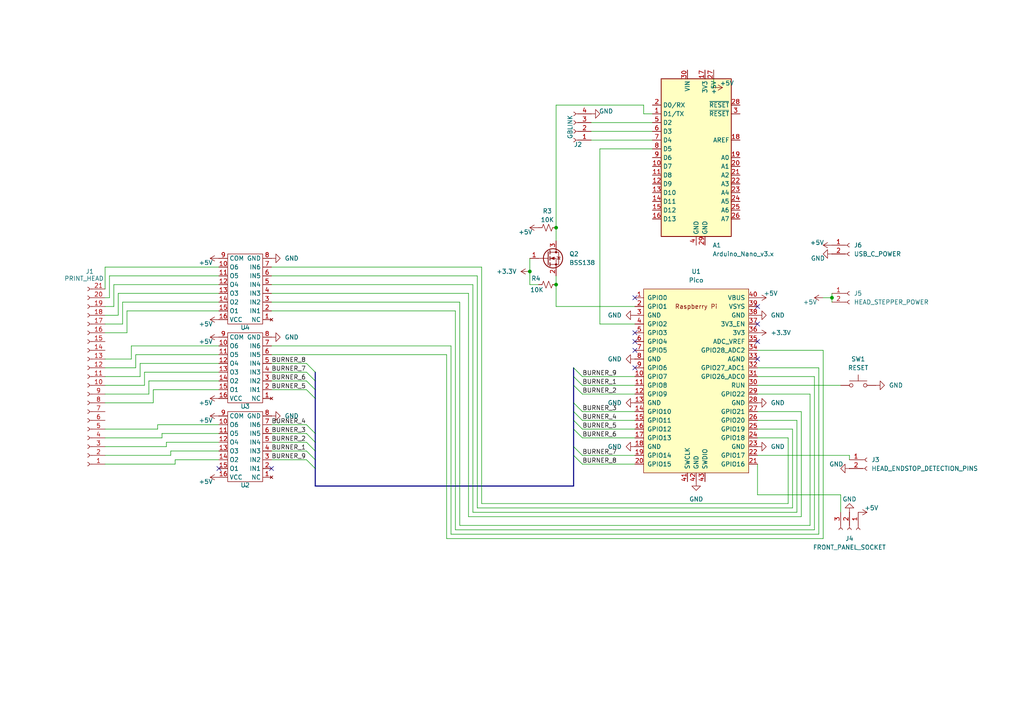
<source format=kicad_sch>
(kicad_sch (version 20231120) (generator "eeschema") (generator_version "8.0")
  (paper "A4")
  (lib_symbols
    (symbol "Connector:Conn_01x02_Socket" (pin_names (offset 1.016) hide)
      (property "Reference" "J" (at 0 2.54 0))
      (property "Value" "Conn_01x02_Socket" (at 0 -5.08 0))
      (symbol "Conn_01x02_Socket_1_1"
        (arc (start 0 -2.032) (mid -0.5058 -2.54) (end 0 -3.048) (stroke (width 0.1524)))
        (polyline (pts (xy -1.27 -2.54) (xy -0.508 -2.54)) (stroke (width 0.1524)))
        (polyline (pts (xy -1.27 0) (xy -0.508 0)) (stroke (width 0.1524)))
        (arc (start 0 0.508) (mid -0.5058 0) (end 0 -0.508) (stroke (width 0.1524)))
        (pin passive line (at -5.08 0 0) (length 3.81) (name "Pin_1") (number "1"))
        (pin passive line (at -5.08 -2.54 0) (length 3.81) (name "Pin_2") (number "2"))
      )
    )
    (symbol "Connector:Conn_01x03_Socket" (pin_names (offset 1.016) hide)
      (property "Reference" "J" (at 0 5.08 0))
      (property "Value" "Conn_01x03_Socket" (at 0 -5.08 0))
      (symbol "Conn_01x03_Socket_1_1"
        (arc (start 0 -2.032) (mid -0.5058 -2.54) (end 0 -3.048) (stroke (width 0.1524)))
        (polyline (pts (xy -1.27 -2.54) (xy -0.508 -2.54)) (stroke (width 0.1524)))
        (polyline (pts (xy -1.27 0) (xy -0.508 0)) (stroke (width 0.1524)))
        (polyline (pts (xy -1.27 2.54) (xy -0.508 2.54)) (stroke (width 0.1524)))
        (arc (start 0 0.508) (mid -0.5058 0) (end 0 -0.508) (stroke (width 0.1524)))
        (arc (start 0 3.048) (mid -0.5058 2.54) (end 0 2.032) (stroke (width 0.1524)))
        (pin passive line (at -5.08 2.54 0) (length 3.81) (name "Pin_1") (number "1"))
        (pin passive line (at -5.08 0 0) (length 3.81) (name "Pin_2") (number "2"))
        (pin passive line (at -5.08 -2.54 0) (length 3.81) (name "Pin_3") (number "3"))
      )
    )
    (symbol "Connector:Conn_01x04_Socket" (pin_names (offset 1.016) hide)
      (property "Reference" "J" (at 0 5.08 0))
      (property "Value" "Conn_01x04_Socket" (at 0 -7.62 0))
      (symbol "Conn_01x04_Socket_1_1"
        (arc (start 0 -4.572) (mid -0.5058 -5.08) (end 0 -5.588) (stroke (width 0.1524)))
        (arc (start 0 -2.032) (mid -0.5058 -2.54) (end 0 -3.048) (stroke (width 0.1524)))
        (polyline (pts (xy -1.27 -5.08) (xy -0.508 -5.08)) (stroke (width 0.1524)))
        (polyline (pts (xy -1.27 -2.54) (xy -0.508 -2.54)) (stroke (width 0.1524)))
        (polyline (pts (xy -1.27 0) (xy -0.508 0)) (stroke (width 0.1524)))
        (polyline (pts (xy -1.27 2.54) (xy -0.508 2.54)) (stroke (width 0.1524)))
        (arc (start 0 0.508) (mid -0.5058 0) (end 0 -0.508) (stroke (width 0.1524)))
        (arc (start 0 3.048) (mid -0.5058 2.54) (end 0 2.032) (stroke (width 0.1524)))
        (pin passive line (at -5.08 2.54 0) (length 3.81) (name "Pin_1") (number "1"))
        (pin passive line (at -5.08 0 0) (length 3.81) (name "Pin_2") (number "2"))
        (pin passive line (at -5.08 -2.54 0) (length 3.81) (name "Pin_3") (number "3"))
        (pin passive line (at -5.08 -5.08 0) (length 3.81) (name "Pin_4") (number "4"))
      )
    )
    (symbol "Connector:Conn_01x21_Socket" (pin_names (offset 1.016) hide)
      (property "Reference" "J" (at 0 27.94 0))
      (property "Value" "Conn_01x21_Socket" (at 0 -27.94 0))
      (symbol "Conn_01x21_Socket_1_1"
        (arc (start 0 -24.892) (mid -0.5058 -25.4) (end 0 -25.908) (stroke (width 0.1524)))
        (arc (start 0 -22.352) (mid -0.5058 -22.86) (end 0 -23.368) (stroke (width 0.1524)))
        (arc (start 0 -19.812) (mid -0.5058 -20.32) (end 0 -20.828) (stroke (width 0.1524)))
        (arc (start 0 -17.272) (mid -0.5058 -17.78) (end 0 -18.288) (stroke (width 0.1524)))
        (arc (start 0 -14.732) (mid -0.5058 -15.24) (end 0 -15.748) (stroke (width 0.1524)))
        (arc (start 0 -12.192) (mid -0.5058 -12.7) (end 0 -13.208) (stroke (width 0.1524)))
        (arc (start 0 -9.652) (mid -0.5058 -10.16) (end 0 -10.668) (stroke (width 0.1524)))
        (arc (start 0 -7.112) (mid -0.5058 -7.62) (end 0 -8.128) (stroke (width 0.1524)))
        (arc (start 0 -4.572) (mid -0.5058 -5.08) (end 0 -5.588) (stroke (width 0.1524)))
        (arc (start 0 -2.032) (mid -0.5058 -2.54) (end 0 -3.048) (stroke (width 0.1524)))
        (polyline (pts (xy -1.27 -25.4) (xy -0.508 -25.4)) (stroke (width 0.1524)))
        (polyline (pts (xy -1.27 -22.86) (xy -0.508 -22.86)) (stroke (width 0.1524)))
        (polyline (pts (xy -1.27 -20.32) (xy -0.508 -20.32)) (stroke (width 0.1524)))
        (polyline (pts (xy -1.27 -17.78) (xy -0.508 -17.78)) (stroke (width 0.1524)))
        (polyline (pts (xy -1.27 -15.24) (xy -0.508 -15.24)) (stroke (width 0.1524)))
        (polyline (pts (xy -1.27 -12.7) (xy -0.508 -12.7)) (stroke (width 0.1524)))
        (polyline (pts (xy -1.27 -10.16) (xy -0.508 -10.16)) (stroke (width 0.1524)))
        (polyline (pts (xy -1.27 -7.62) (xy -0.508 -7.62)) (stroke (width 0.1524)))
        (polyline (pts (xy -1.27 -5.08) (xy -0.508 -5.08)) (stroke (width 0.1524)))
        (polyline (pts (xy -1.27 -2.54) (xy -0.508 -2.54)) (stroke (width 0.1524)))
        (polyline (pts (xy -1.27 0) (xy -0.508 0)) (stroke (width 0.1524)))
        (polyline (pts (xy -1.27 2.54) (xy -0.508 2.54)) (stroke (width 0.1524)))
        (polyline (pts (xy -1.27 5.08) (xy -0.508 5.08)) (stroke (width 0.1524)))
        (polyline (pts (xy -1.27 7.62) (xy -0.508 7.62)) (stroke (width 0.1524)))
        (polyline (pts (xy -1.27 10.16) (xy -0.508 10.16)) (stroke (width 0.1524)))
        (polyline (pts (xy -1.27 12.7) (xy -0.508 12.7)) (stroke (width 0.1524)))
        (polyline (pts (xy -1.27 15.24) (xy -0.508 15.24)) (stroke (width 0.1524)))
        (polyline (pts (xy -1.27 17.78) (xy -0.508 17.78)) (stroke (width 0.1524)))
        (polyline (pts (xy -1.27 20.32) (xy -0.508 20.32)) (stroke (width 0.1524)))
        (polyline (pts (xy -1.27 22.86) (xy -0.508 22.86)) (stroke (width 0.1524)))
        (polyline (pts (xy -1.27 25.4) (xy -0.508 25.4)) (stroke (width 0.1524)))
        (arc (start 0 0.508) (mid -0.5058 0) (end 0 -0.508) (stroke (width 0.1524)))
        (arc (start 0 3.048) (mid -0.5058 2.54) (end 0 2.032) (stroke (width 0.1524)))
        (arc (start 0 5.588) (mid -0.5058 5.08) (end 0 4.572) (stroke (width 0.1524)))
        (arc (start 0 8.128) (mid -0.5058 7.62) (end 0 7.112) (stroke (width 0.1524)))
        (arc (start 0 10.668) (mid -0.5058 10.16) (end 0 9.652) (stroke (width 0.1524)))
        (arc (start 0 13.208) (mid -0.5058 12.7) (end 0 12.192) (stroke (width 0.1524)))
        (arc (start 0 15.748) (mid -0.5058 15.24) (end 0 14.732) (stroke (width 0.1524)))
        (arc (start 0 18.288) (mid -0.5058 17.78) (end 0 17.272) (stroke (width 0.1524)))
        (arc (start 0 20.828) (mid -0.5058 20.32) (end 0 19.812) (stroke (width 0.1524)))
        (arc (start 0 23.368) (mid -0.5058 22.86) (end 0 22.352) (stroke (width 0.1524)))
        (arc (start 0 25.908) (mid -0.5058 25.4) (end 0 24.892) (stroke (width 0.1524)))
        (pin passive line (at -5.08 25.4 0) (length 3.81) (name "Pin_1") (number "1"))
        (pin passive line (at -5.08 2.54 0) (length 3.81) (name "Pin_10") (number "10"))
        (pin passive line (at -5.08 0 0) (length 3.81) (name "Pin_11") (number "11"))
        (pin passive line (at -5.08 -2.54 0) (length 3.81) (name "Pin_12") (number "12"))
        (pin passive line (at -5.08 -5.08 0) (length 3.81) (name "Pin_13") (number "13"))
        (pin passive line (at -5.08 -7.62 0) (length 3.81) (name "Pin_14") (number "14"))
        (pin passive line (at -5.08 -10.16 0) (length 3.81) (name "Pin_15") (number "15"))
        (pin passive line (at -5.08 -12.7 0) (length 3.81) (name "Pin_16") (number "16"))
        (pin passive line (at -5.08 -15.24 0) (length 3.81) (name "Pin_17") (number "17"))
        (pin passive line (at -5.08 -17.78 0) (length 3.81) (name "Pin_18") (number "18"))
        (pin passive line (at -5.08 -20.32 0) (length 3.81) (name "Pin_19") (number "19"))
        (pin passive line (at -5.08 22.86 0) (length 3.81) (name "Pin_2") (number "2"))
        (pin passive line (at -5.08 -22.86 0) (length 3.81) (name "Pin_20") (number "20"))
        (pin passive line (at -5.08 -25.4 0) (length 3.81) (name "Pin_21") (number "21"))
        (pin passive line (at -5.08 20.32 0) (length 3.81) (name "Pin_3") (number "3"))
        (pin passive line (at -5.08 17.78 0) (length 3.81) (name "Pin_4") (number "4"))
        (pin passive line (at -5.08 15.24 0) (length 3.81) (name "Pin_5") (number "5"))
        (pin passive line (at -5.08 12.7 0) (length 3.81) (name "Pin_6") (number "6"))
        (pin passive line (at -5.08 10.16 0) (length 3.81) (name "Pin_7") (number "7"))
        (pin passive line (at -5.08 7.62 0) (length 3.81) (name "Pin_8") (number "8"))
        (pin passive line (at -5.08 5.08 0) (length 3.81) (name "Pin_9") (number "9"))
      )
    )
    (symbol "Device:R_Small_US" (pin_numbers hide) (pin_names (offset 0.254) hide)
      (property "Reference" "R" (at 0.762 0.508 0))
      (property "Value" "R_Small_US" (at 0.762 -1.016 0))
      (symbol "R_Small_US_1_1"
        (polyline (pts (xy 0 0) (xy 1.016 -0.381) (xy 0 -0.762) (xy -1.016 -1.143) (xy 0 -1.524)))
        (polyline (pts (xy 0 1.524) (xy 1.016 1.143) (xy 0 0.762) (xy -1.016 0.381) (xy 0 0)))
        (pin passive line (at 0 2.54 270) (length 1.016) (name "~") (number "1"))
        (pin passive line (at 0 -2.54 90) (length 1.016) (name "~") (number "2"))
      )
    )
    (symbol "MCU_Module:Arduino_Nano_v3.x"
      (property "Reference" "A" (at -10.16 23.495 0))
      (property "Value" "Arduino_Nano_v3.x" (at 5.08 -24.13 0))
      (symbol "Arduino_Nano_v3.x_0_1"
        (rectangle (start -10.16 22.86) (end 10.16 -22.86) (stroke (width 0.254)) (fill (type background)))
      )
      (symbol "Arduino_Nano_v3.x_1_1"
        (pin bidirectional line (at -12.7 12.7 0) (length 2.54) (name "D1/TX") (number "1"))
        (pin bidirectional line (at -12.7 -2.54 0) (length 2.54) (name "D7") (number "10"))
        (pin bidirectional line (at -12.7 -5.08 0) (length 2.54) (name "D8") (number "11"))
        (pin bidirectional line (at -12.7 -7.62 0) (length 2.54) (name "D9") (number "12"))
        (pin bidirectional line (at -12.7 -10.16 0) (length 2.54) (name "D10") (number "13"))
        (pin bidirectional line (at -12.7 -12.7 0) (length 2.54) (name "D11") (number "14"))
        (pin bidirectional line (at -12.7 -15.24 0) (length 2.54) (name "D12") (number "15"))
        (pin bidirectional line (at -12.7 -17.78 0) (length 2.54) (name "D13") (number "16"))
        (pin power_out line (at 2.54 25.4 270) (length 2.54) (name "3V3") (number "17"))
        (pin input line (at 12.7 5.08 180) (length 2.54) (name "AREF") (number "18"))
        (pin bidirectional line (at 12.7 0 180) (length 2.54) (name "A0") (number "19"))
        (pin bidirectional line (at -12.7 15.24 0) (length 2.54) (name "D0/RX") (number "2"))
        (pin bidirectional line (at 12.7 -2.54 180) (length 2.54) (name "A1") (number "20"))
        (pin bidirectional line (at 12.7 -5.08 180) (length 2.54) (name "A2") (number "21"))
        (pin bidirectional line (at 12.7 -7.62 180) (length 2.54) (name "A3") (number "22"))
        (pin bidirectional line (at 12.7 -10.16 180) (length 2.54) (name "A4") (number "23"))
        (pin bidirectional line (at 12.7 -12.7 180) (length 2.54) (name "A5") (number "24"))
        (pin bidirectional line (at 12.7 -15.24 180) (length 2.54) (name "A6") (number "25"))
        (pin bidirectional line (at 12.7 -17.78 180) (length 2.54) (name "A7") (number "26"))
        (pin power_out line (at 5.08 25.4 270) (length 2.54) (name "+5V") (number "27"))
        (pin input line (at 12.7 15.24 180) (length 2.54) (name "~{RESET}") (number "28"))
        (pin power_in line (at 2.54 -25.4 90) (length 2.54) (name "GND") (number "29"))
        (pin input line (at 12.7 12.7 180) (length 2.54) (name "~{RESET}") (number "3"))
        (pin power_in line (at -2.54 25.4 270) (length 2.54) (name "VIN") (number "30"))
        (pin power_in line (at 0 -25.4 90) (length 2.54) (name "GND") (number "4"))
        (pin bidirectional line (at -12.7 10.16 0) (length 2.54) (name "D2") (number "5"))
        (pin bidirectional line (at -12.7 7.62 0) (length 2.54) (name "D3") (number "6"))
        (pin bidirectional line (at -12.7 5.08 0) (length 2.54) (name "D4") (number "7"))
        (pin bidirectional line (at -12.7 2.54 0) (length 2.54) (name "D5") (number "8"))
        (pin bidirectional line (at -12.7 0 0) (length 2.54) (name "D6") (number "9"))
      )
    )
    (symbol "MCU_RaspberryPi_and_Boards:Pico" (pin_names (offset 1.016))
      (property "Reference" "U" (at -13.97 27.94 0))
      (property "Value" "Pico" (at 0 19.05 0))
      (symbol "Pico_0_0"
        (text "Raspberry Pi" (at 0 21.59 0) (effects (font (size 1.27 1.27))))
      )
      (symbol "Pico_0_1"
        (rectangle (start -15.24 26.67) (end 15.24 -26.67) (fill (type background)))
      )
      (symbol "Pico_1_1"
        (pin bidirectional line (at -17.78 24.13 0) (length 2.54) (name "GPIO0") (number "1"))
        (pin bidirectional line (at -17.78 1.27 0) (length 2.54) (name "GPIO7") (number "10"))
        (pin bidirectional line (at -17.78 -1.27 0) (length 2.54) (name "GPIO8") (number "11"))
        (pin bidirectional line (at -17.78 -3.81 0) (length 2.54) (name "GPIO9") (number "12"))
        (pin power_in line (at -17.78 -6.35 0) (length 2.54) (name "GND") (number "13"))
        (pin bidirectional line (at -17.78 -8.89 0) (length 2.54) (name "GPIO10") (number "14"))
        (pin bidirectional line (at -17.78 -11.43 0) (length 2.54) (name "GPIO11") (number "15"))
        (pin bidirectional line (at -17.78 -13.97 0) (length 2.54) (name "GPIO12") (number "16"))
        (pin bidirectional line (at -17.78 -16.51 0) (length 2.54) (name "GPIO13") (number "17"))
        (pin power_in line (at -17.78 -19.05 0) (length 2.54) (name "GND") (number "18"))
        (pin bidirectional line (at -17.78 -21.59 0) (length 2.54) (name "GPIO14") (number "19"))
        (pin bidirectional line (at -17.78 21.59 0) (length 2.54) (name "GPIO1") (number "2"))
        (pin bidirectional line (at -17.78 -24.13 0) (length 2.54) (name "GPIO15") (number "20"))
        (pin bidirectional line (at 17.78 -24.13 180) (length 2.54) (name "GPIO16") (number "21"))
        (pin bidirectional line (at 17.78 -21.59 180) (length 2.54) (name "GPIO17") (number "22"))
        (pin power_in line (at 17.78 -19.05 180) (length 2.54) (name "GND") (number "23"))
        (pin bidirectional line (at 17.78 -16.51 180) (length 2.54) (name "GPIO18") (number "24"))
        (pin bidirectional line (at 17.78 -13.97 180) (length 2.54) (name "GPIO19") (number "25"))
        (pin bidirectional line (at 17.78 -11.43 180) (length 2.54) (name "GPIO20") (number "26"))
        (pin bidirectional line (at 17.78 -8.89 180) (length 2.54) (name "GPIO21") (number "27"))
        (pin power_in line (at 17.78 -6.35 180) (length 2.54) (name "GND") (number "28"))
        (pin bidirectional line (at 17.78 -3.81 180) (length 2.54) (name "GPIO22") (number "29"))
        (pin power_in line (at -17.78 19.05 0) (length 2.54) (name "GND") (number "3"))
        (pin input line (at 17.78 -1.27 180) (length 2.54) (name "RUN") (number "30"))
        (pin bidirectional line (at 17.78 1.27 180) (length 2.54) (name "GPIO26_ADC0") (number "31"))
        (pin bidirectional line (at 17.78 3.81 180) (length 2.54) (name "GPIO27_ADC1") (number "32"))
        (pin power_in line (at 17.78 6.35 180) (length 2.54) (name "AGND") (number "33"))
        (pin bidirectional line (at 17.78 8.89 180) (length 2.54) (name "GPIO28_ADC2") (number "34"))
        (pin unspecified line (at 17.78 11.43 180) (length 2.54) (name "ADC_VREF") (number "35"))
        (pin unspecified line (at 17.78 13.97 180) (length 2.54) (name "3V3") (number "36"))
        (pin input line (at 17.78 16.51 180) (length 2.54) (name "3V3_EN") (number "37"))
        (pin bidirectional line (at 17.78 19.05 180) (length 2.54) (name "GND") (number "38"))
        (pin unspecified line (at 17.78 21.59 180) (length 2.54) (name "VSYS") (number "39"))
        (pin bidirectional line (at -17.78 16.51 0) (length 2.54) (name "GPIO2") (number "4"))
        (pin unspecified line (at 17.78 24.13 180) (length 2.54) (name "VBUS") (number "40"))
        (pin input line (at -2.54 -29.21 90) (length 2.54) (name "SWCLK") (number "41"))
        (pin power_in line (at 0 -29.21 90) (length 2.54) (name "GND") (number "42"))
        (pin bidirectional line (at 2.54 -29.21 90) (length 2.54) (name "SWDIO") (number "43"))
        (pin bidirectional line (at -17.78 13.97 0) (length 2.54) (name "GPIO3") (number "5"))
        (pin bidirectional line (at -17.78 11.43 0) (length 2.54) (name "GPIO4") (number "6"))
        (pin bidirectional line (at -17.78 8.89 0) (length 2.54) (name "GPIO5") (number "7"))
        (pin power_in line (at -17.78 6.35 0) (length 2.54) (name "GND") (number "8"))
        (pin bidirectional line (at -17.78 3.81 0) (length 2.54) (name "GPIO6") (number "9"))
      )
    )
    (symbol "Switch:SW_Push" (pin_numbers hide) (pin_names (offset 1.016) hide)
      (property "Reference" "SW" (at 1.27 2.54 0))
      (property "Value" "SW_Push" (at 0 -1.524 0))
      (symbol "SW_Push_0_1"
        (circle (center -2.032 0) (radius 0.508))
        (polyline (pts (xy 0 1.27) (xy 0 3.048)))
        (polyline (pts (xy 2.54 1.27) (xy -2.54 1.27)))
        (circle (center 2.032 0) (radius 0.508))
        (pin passive line (at -5.08 0 0) (length 2.54) (name "1") (number "1"))
        (pin passive line (at 5.08 0 180) (length 2.54) (name "2") (number "2"))
      )
    )
    (symbol "Transistor_FET:BSS138" (pin_names hide)
      (property "Reference" "Q" (at 5.08 1.905 0))
      (property "Value" "BSS138" (at 5.08 0 0))
      (symbol "BSS138_0_1"
        (polyline (pts (xy 0.254 0) (xy -2.54 0)))
        (polyline (pts (xy 0.254 1.905) (xy 0.254 -1.905)) (stroke (width 0.254)))
        (polyline (pts (xy 0.762 -1.27) (xy 0.762 -2.286)) (stroke (width 0.254)))
        (polyline (pts (xy 0.762 0.508) (xy 0.762 -0.508)) (stroke (width 0.254)))
        (polyline (pts (xy 0.762 2.286) (xy 0.762 1.27)) (stroke (width 0.254)))
        (polyline (pts (xy 2.54 2.54) (xy 2.54 1.778)))
        (polyline (pts (xy 2.54 -2.54) (xy 2.54 0) (xy 0.762 0)))
        (polyline (pts (xy 0.762 -1.778) (xy 3.302 -1.778) (xy 3.302 1.778) (xy 0.762 1.778)))
        (polyline (pts (xy 1.016 0) (xy 2.032 0.381) (xy 2.032 -0.381) (xy 1.016 0)) (fill (type outline)))
        (polyline (pts (xy 2.794 0.508) (xy 2.921 0.381) (xy 3.683 0.381) (xy 3.81 0.254)))
        (polyline (pts (xy 3.302 0.381) (xy 2.921 -0.254) (xy 3.683 -0.254) (xy 3.302 0.381)))
        (circle (center 1.651 0) (radius 2.794) (stroke (width 0.254)))
        (circle (center 2.54 -1.778) (radius 0.254) (fill (type outline)))
        (circle (center 2.54 1.778) (radius 0.254) (fill (type outline)))
      )
      (symbol "BSS138_1_1"
        (pin input line (at -5.08 0 0) (length 2.54) (name "G") (number "1"))
        (pin passive line (at 2.54 -5.08 90) (length 2.54) (name "S") (number "2"))
        (pin passive line (at 2.54 5.08 270) (length 2.54) (name "D") (number "3"))
      )
    )
    (symbol "m54539p:M54539P"
      (property "Reference" "U" (at 0 11.43 0))
      (symbol "M54539P_0_1"
        (rectangle (start -5.08 10.16) (end 5.08 -10.16))
      )
      (symbol "M54539P_1_1"
        (pin no_connect line (at -7.62 8.89 0) (length 2.54) (name "NC") (number "1"))
        (pin output line (at 7.62 -6.35 180) (length 2.54) (name "O6") (number "10"))
        (pin output line (at 7.62 -3.81 180) (length 2.54) (name "O5") (number "11"))
        (pin output line (at 7.62 -1.27 180) (length 2.54) (name "O4") (number "12"))
        (pin output line (at 7.62 1.27 180) (length 2.54) (name "O3") (number "13"))
        (pin output line (at 7.62 3.81 180) (length 2.54) (name "O2") (number "14"))
        (pin output line (at 7.62 6.35 180) (length 2.54) (name "O1") (number "15"))
        (pin power_in line (at 7.62 8.89 180) (length 2.54) (name "VCC") (number "16"))
        (pin input line (at -7.62 6.35 0) (length 2.54) (name "IN1") (number "2"))
        (pin input line (at -7.62 3.81 0) (length 2.54) (name "IN2") (number "3"))
        (pin input line (at -7.62 1.27 0) (length 2.54) (name "IN3") (number "4"))
        (pin input line (at -7.62 -1.27 0) (length 2.54) (name "IN4") (number "5"))
        (pin input line (at -7.62 -3.81 0) (length 2.54) (name "IN5") (number "6"))
        (pin input line (at -7.62 -6.35 0) (length 2.54) (name "IN6") (number "7"))
        (pin power_out line (at -7.62 -8.89 0) (length 2.54) (name "GND") (number "8"))
        (pin power_in line (at 7.62 -8.89 180) (length 2.54) (name "COM") (number "9"))
      )
    )
    (symbol "power:+3.3V" (power) (pin_numbers hide) (pin_names (offset 0) hide)
      (property "Value" "+3.3V" (at 0 3.556 0))
      (symbol "+3.3V_0_1"
        (polyline (pts (xy -0.762 1.27) (xy 0 2.54)))
        (polyline (pts (xy 0 0) (xy 0 2.54)))
        (polyline (pts (xy 0 2.54) (xy 0.762 1.27)))
      )
      (symbol "+3.3V_1_1"
        (pin power_in line (at 0 0 90) (length 0) (name "~") (number "1"))
      )
    )
    (symbol "power:+5V" (power) (pin_numbers hide) (pin_names (offset 0) hide)
      (property "Value" "+5V" (at 0 3.556 0))
      (symbol "+5V_0_1"
        (polyline (pts (xy -0.762 1.27) (xy 0 2.54)))
        (polyline (pts (xy 0 0) (xy 0 2.54)))
        (polyline (pts (xy 0 2.54) (xy 0.762 1.27)))
      )
      (symbol "+5V_1_1"
        (pin power_in line (at 0 0 90) (length 0) (name "~") (number "1"))
      )
    )
    (symbol "power:GND" (power) (pin_numbers hide) (pin_names (offset 0) hide)
      (property "Value" "GND" (at 0 -3.81 0))
      (symbol "GND_0_1"
        (polyline (pts (xy 0 0) (xy 0 -1.27) (xy 1.27 -1.27) (xy 0 -2.54) (xy -1.27 -1.27) (xy 0 -1.27)))
      )
      (symbol "GND_1_1"
        (pin power_in line (at 0 0 270) (length 0) (name "~") (number "1"))
      )
    )
  )
  (junction (at 241.3 86.36))
  (junction (at 161.29 82.55))
  (junction (at 161.29 66.04))
  (junction (at 153.67 78.74))
  (no_connect (at 219.71 104.14))
  (no_connect (at 219.71 88.9))
  (no_connect (at 219.71 99.06))
  (no_connect (at 184.15 106.68))
  (no_connect (at 184.15 96.52))
  (no_connect (at 184.15 86.36))
  (no_connect (at 219.71 93.98))
  (no_connect (at 184.15 99.06))
  (no_connect (at 78.74 135.89))
  (no_connect (at 184.15 101.6))
  (no_connect (at 63.5 135.89))
  (bus_entry (at 91.44 130.81) (size -2.54 -2.54))
  (bus_entry (at 91.44 133.35) (size -2.54 -2.54))
  (bus_entry (at 166.37 124.46) (size 2.54 2.54))
  (bus_entry (at 166.37 119.38) (size 2.54 2.54))
  (bus_entry (at 166.37 132.08) (size 2.54 2.54))
  (bus_entry (at 91.44 110.49) (size -2.54 -2.54))
  (bus_entry (at 166.37 116.84) (size 2.54 2.54))
  (bus_entry (at 91.44 113.03) (size -2.54 -2.54))
  (bus_entry (at 166.37 109.22) (size 2.54 2.54))
  (bus_entry (at 166.37 106.68) (size 2.54 2.54))
  (bus_entry (at 91.44 107.95) (size -2.54 -2.54))
  (bus_entry (at 91.44 135.89) (size -2.54 -2.54))
  (bus_entry (at 166.37 129.54) (size 2.54 2.54))
  (bus_entry (at 91.44 115.57) (size -2.54 -2.54))
  (bus_entry (at 166.37 121.92) (size 2.54 2.54))
  (bus_entry (at 91.44 128.27) (size -2.54 -2.54))
  (bus_entry (at 91.44 125.73) (size -2.54 -2.54))
  (bus_entry (at 166.37 111.76) (size 2.54 2.54))
  (wire (pts (xy 135.89 85.09) (xy 135.89 149.86)))
  (wire (pts (xy 30.48 109.22) (xy 40.64 109.22)))
  (wire (pts (xy 39.37 102.87) (xy 63.5 102.87)))
  (bus (pts (xy 91.44 115.57) (xy 91.44 125.73)))
  (bus (pts (xy 166.37 129.54) (xy 166.37 132.08)))
  (wire (pts (xy 186.69 30.48) (xy 186.69 33.02)))
  (wire (pts (xy 139.7 77.47) (xy 78.74 77.47)))
  (wire (pts (xy 30.48 88.9) (xy 33.02 88.9)))
  (wire (pts (xy 138.43 147.32) (xy 229.87 147.32)))
  (wire (pts (xy 219.71 109.22) (xy 236.22 109.22)))
  (wire (pts (xy 44.45 116.84) (xy 44.45 113.03)))
  (wire (pts (xy 173.99 93.98) (xy 184.15 93.98)))
  (wire (pts (xy 30.48 132.08) (xy 49.53 132.08)))
  (wire (pts (xy 78.74 130.81) (xy 88.9 130.81)))
  (wire (pts (xy 173.99 43.18) (xy 189.23 43.18)))
  (wire (pts (xy 33.02 82.55) (xy 63.5 82.55)))
  (wire (pts (xy 133.35 87.63) (xy 78.74 87.63)))
  (wire (pts (xy 153.67 78.74) (xy 153.67 74.93)))
  (wire (pts (xy 168.91 127) (xy 184.15 127)))
  (wire (pts (xy 48.26 128.27) (xy 63.5 128.27)))
  (wire (pts (xy 171.45 38.1) (xy 189.23 38.1)))
  (wire (pts (xy 43.18 114.3) (xy 43.18 110.49)))
  (wire (pts (xy 35.56 87.63) (xy 63.5 87.63)))
  (wire (pts (xy 137.16 148.59) (xy 137.16 82.55)))
  (wire (pts (xy 45.72 124.46) (xy 45.72 123.19)))
  (wire (pts (xy 30.48 134.62) (xy 50.8 134.62)))
  (wire (pts (xy 132.08 90.17) (xy 78.74 90.17)))
  (wire (pts (xy 44.45 113.03) (xy 63.5 113.03)))
  (bus (pts (xy 91.44 125.73) (xy 91.44 128.27)))
  (wire (pts (xy 219.71 143.51) (xy 243.84 143.51)))
  (bus (pts (xy 166.37 111.76) (xy 166.37 116.84)))
  (wire (pts (xy 228.6 127) (xy 228.6 146.05)))
  (wire (pts (xy 138.43 80.01) (xy 138.43 147.32)))
  (wire (pts (xy 238.76 156.21) (xy 129.54 156.21)))
  (wire (pts (xy 168.91 109.22) (xy 184.15 109.22)))
  (bus (pts (xy 91.44 128.27) (xy 91.44 130.81)))
  (wire (pts (xy 232.41 149.86) (xy 232.41 119.38)))
  (wire (pts (xy 30.48 114.3) (xy 43.18 114.3)))
  (wire (pts (xy 229.87 147.32) (xy 229.87 124.46)))
  (bus (pts (xy 166.37 132.08) (xy 166.37 140.97)))
  (wire (pts (xy 130.81 154.94) (xy 237.49 154.94)))
  (wire (pts (xy 45.72 123.19) (xy 63.5 123.19)))
  (wire (pts (xy 238.76 101.6) (xy 238.76 156.21)))
  (wire (pts (xy 30.48 129.54) (xy 48.26 129.54)))
  (wire (pts (xy 139.7 146.05) (xy 139.7 77.47)))
  (wire (pts (xy 34.29 91.44) (xy 34.29 85.09)))
  (wire (pts (xy 241.3 86.36) (xy 241.3 85.09)))
  (wire (pts (xy 237.49 106.68) (xy 219.71 106.68)))
  (wire (pts (xy 36.83 90.17) (xy 63.5 90.17)))
  (wire (pts (xy 161.29 82.55) (xy 161.29 88.9)))
  (wire (pts (xy 234.95 152.4) (xy 133.35 152.4)))
  (wire (pts (xy 156.21 82.55) (xy 153.67 82.55)))
  (wire (pts (xy 43.18 110.49) (xy 63.5 110.49)))
  (wire (pts (xy 78.74 100.33) (xy 130.81 100.33)))
  (bus (pts (xy 91.44 135.89) (xy 91.44 140.97)))
  (wire (pts (xy 30.48 93.98) (xy 35.56 93.98)))
  (wire (pts (xy 135.89 149.86) (xy 232.41 149.86)))
  (bus (pts (xy 91.44 113.03) (xy 91.44 115.57)))
  (wire (pts (xy 161.29 66.04) (xy 161.29 30.48)))
  (bus (pts (xy 166.37 106.68) (xy 166.37 109.22)))
  (wire (pts (xy 129.54 102.87) (xy 78.74 102.87)))
  (wire (pts (xy 153.67 82.55) (xy 153.67 78.74)))
  (wire (pts (xy 173.99 43.18) (xy 173.99 93.98)))
  (wire (pts (xy 30.48 96.52) (xy 36.83 96.52)))
  (wire (pts (xy 78.74 128.27) (xy 88.9 128.27)))
  (wire (pts (xy 46.99 127) (xy 46.99 125.73)))
  (wire (pts (xy 161.29 69.85) (xy 161.29 66.04)))
  (wire (pts (xy 219.71 114.3) (xy 234.95 114.3)))
  (wire (pts (xy 46.99 125.73) (xy 63.5 125.73)))
  (wire (pts (xy 219.71 111.76) (xy 243.84 111.76)))
  (wire (pts (xy 236.22 109.22) (xy 236.22 153.67)))
  (bus (pts (xy 166.37 124.46) (xy 166.37 129.54)))
  (wire (pts (xy 35.56 93.98) (xy 35.56 87.63)))
  (wire (pts (xy 219.71 101.6) (xy 238.76 101.6)))
  (wire (pts (xy 78.74 125.73) (xy 88.9 125.73)))
  (wire (pts (xy 50.8 133.35) (xy 63.5 133.35)))
  (wire (pts (xy 41.91 111.76) (xy 41.91 107.95)))
  (wire (pts (xy 241.3 86.36) (xy 241.3 87.63)))
  (wire (pts (xy 229.87 124.46) (xy 219.71 124.46)))
  (wire (pts (xy 232.41 119.38) (xy 219.71 119.38)))
  (wire (pts (xy 78.74 123.19) (xy 88.9 123.19)))
  (wire (pts (xy 78.74 113.03) (xy 88.9 113.03)))
  (wire (pts (xy 171.45 35.56) (xy 189.23 35.56)))
  (wire (pts (xy 228.6 146.05) (xy 139.7 146.05)))
  (wire (pts (xy 38.1 100.33) (xy 63.5 100.33)))
  (wire (pts (xy 30.48 83.82) (xy 30.48 77.47)))
  (wire (pts (xy 78.74 107.95) (xy 88.9 107.95)))
  (bus (pts (xy 91.44 107.95) (xy 91.44 110.49)))
  (wire (pts (xy 40.64 105.41) (xy 63.5 105.41)))
  (wire (pts (xy 50.8 134.62) (xy 50.8 133.35)))
  (wire (pts (xy 231.14 148.59) (xy 137.16 148.59)))
  (wire (pts (xy 48.26 129.54) (xy 48.26 128.27)))
  (wire (pts (xy 168.91 124.46) (xy 184.15 124.46)))
  (wire (pts (xy 168.91 132.08) (xy 184.15 132.08)))
  (wire (pts (xy 168.91 114.3) (xy 184.15 114.3)))
  (wire (pts (xy 237.49 154.94) (xy 237.49 106.68)))
  (wire (pts (xy 78.74 133.35) (xy 88.9 133.35)))
  (wire (pts (xy 39.37 106.68) (xy 39.37 102.87)))
  (wire (pts (xy 207.01 20.32) (xy 207.01 25.4)))
  (wire (pts (xy 30.48 91.44) (xy 34.29 91.44)))
  (bus (pts (xy 91.44 133.35) (xy 91.44 135.89)))
  (wire (pts (xy 49.53 130.81) (xy 63.5 130.81)))
  (wire (pts (xy 219.71 143.51) (xy 219.71 134.62)))
  (bus (pts (xy 166.37 121.92) (xy 166.37 124.46)))
  (wire (pts (xy 31.75 86.36) (xy 31.75 80.01)))
  (wire (pts (xy 78.74 105.41) (xy 88.9 105.41)))
  (wire (pts (xy 161.29 88.9) (xy 184.15 88.9)))
  (bus (pts (xy 91.44 130.81) (xy 91.44 133.35)))
  (wire (pts (xy 219.71 121.92) (xy 231.14 121.92)))
  (wire (pts (xy 243.84 143.51) (xy 243.84 148.59)))
  (wire (pts (xy 49.53 132.08) (xy 49.53 130.81)))
  (bus (pts (xy 166.37 116.84) (xy 166.37 119.38)))
  (wire (pts (xy 30.48 86.36) (xy 31.75 86.36)))
  (wire (pts (xy 30.48 127) (xy 46.99 127)))
  (wire (pts (xy 40.64 109.22) (xy 40.64 105.41)))
  (wire (pts (xy 238.76 86.36) (xy 241.3 86.36)))
  (wire (pts (xy 130.81 100.33) (xy 130.81 154.94)))
  (wire (pts (xy 30.48 104.14) (xy 38.1 104.14)))
  (wire (pts (xy 234.95 114.3) (xy 234.95 152.4)))
  (wire (pts (xy 133.35 152.4) (xy 133.35 87.63)))
  (bus (pts (xy 166.37 109.22) (xy 166.37 111.76)))
  (wire (pts (xy 34.29 85.09) (xy 63.5 85.09)))
  (wire (pts (xy 219.71 132.08) (xy 246.38 132.08)))
  (wire (pts (xy 186.69 33.02) (xy 189.23 33.02)))
  (wire (pts (xy 168.91 134.62) (xy 184.15 134.62)))
  (wire (pts (xy 161.29 80.01) (xy 161.29 82.55)))
  (wire (pts (xy 78.74 80.01) (xy 138.43 80.01)))
  (wire (pts (xy 30.48 116.84) (xy 44.45 116.84)))
  (wire (pts (xy 137.16 82.55) (xy 78.74 82.55)))
  (bus (pts (xy 91.44 110.49) (xy 91.44 113.03)))
  (wire (pts (xy 236.22 153.67) (xy 132.08 153.67)))
  (bus (pts (xy 91.44 140.97) (xy 166.37 140.97)))
  (wire (pts (xy 38.1 104.14) (xy 38.1 100.33)))
  (bus (pts (xy 166.37 119.38) (xy 166.37 121.92)))
  (wire (pts (xy 30.48 111.76) (xy 41.91 111.76)))
  (wire (pts (xy 30.48 77.47) (xy 63.5 77.47)))
  (wire (pts (xy 168.91 111.76) (xy 184.15 111.76)))
  (wire (pts (xy 30.48 106.68) (xy 39.37 106.68)))
  (wire (pts (xy 168.91 121.92) (xy 184.15 121.92)))
  (wire (pts (xy 171.45 40.64) (xy 189.23 40.64)))
  (wire (pts (xy 30.48 124.46) (xy 45.72 124.46)))
  (wire (pts (xy 231.14 121.92) (xy 231.14 148.59)))
  (wire (pts (xy 219.71 127) (xy 228.6 127)))
  (wire (pts (xy 129.54 156.21) (xy 129.54 102.87)))
  (wire (pts (xy 161.29 30.48) (xy 186.69 30.48)))
  (wire (pts (xy 78.74 85.09) (xy 135.89 85.09)))
  (wire (pts (xy 36.83 96.52) (xy 36.83 90.17)))
  (wire (pts (xy 31.75 80.01) (xy 63.5 80.01)))
  (wire (pts (xy 78.74 110.49) (xy 88.9 110.49)))
  (wire (pts (xy 132.08 153.67) (xy 132.08 90.17)))
  (wire (pts (xy 33.02 88.9) (xy 33.02 82.55)))
  (wire (pts (xy 168.91 119.38) (xy 184.15 119.38)))
  (wire (pts (xy 41.91 107.95) (xy 63.5 107.95)))
  (wire (pts (xy 246.38 132.08) (xy 246.38 133.35)))
  (label "BURNER_3" (at 168.91 119.38 0))
  (label "BURNER_7" (at 78.74 107.95 0))
  (label "BURNER_1" (at 78.74 130.81 0))
  (label "BURNER_4" (at 168.91 121.92 0))
  (label "BURNER_1" (at 168.91 111.76 0))
  (label "BURNER_5" (at 168.91 124.46 0))
  (label "BURNER_2" (at 78.74 128.27 0))
  (label "BURNER_8" (at 168.91 134.62 0))
  (label "BURNER_4" (at 78.74 123.19 0))
  (label "BURNER_2" (at 168.91 114.3 0))
  (label "BURNER_3" (at 78.74 125.73 0))
  (label "BURNER_6" (at 78.74 110.49 0))
  (label "BURNER_9" (at 78.74 133.35 0))
  (label "BURNER_6" (at 168.91 127 0))
  (label "BURNER_5" (at 78.74 113.03 0))
  (label "BURNER_8" (at 78.74 105.41 0))
  (label "BURNER_9" (at 168.91 109.22 0))
  (label "BURNER_7" (at 168.91 132.08 0))
  (symbol (lib_id "power:+5V") (at 238.76 86.36 90) (unit 1)
    (property "Reference" "#PWR028" (effects (hide yes)))
    (property "Value" "+5V" (at 236.982 87.63 90) (effects (justify left)))
    (property "Description" "Power symbol creates a global label with name \"+5V\"" (effects (hide yes)))
  )
  (symbol (lib_id "power:GND") (at 184.15 104.14 270) (unit 1)
    (property "Reference" "#PWR012" (effects (hide yes)))
    (property "Value" "GND" (at 180.34 104.1399 90) (effects (justify right)))
    (property "Description" "Power symbol creates a global label with name \"GND\" , ground" (effects (hide yes)))
  )
  (symbol (lib_id "Device:R_Small_US") (at 158.75 66.04 90) (unit 1)
    (property "Reference" "R3" (at 158.75 61.214 90))
    (property "Value" "10K" (at 158.75 63.754 90))
    (property "Footprint" "Resistor_SMD:R_0201_0603Metric_Pad0.64x0.40mm_HandSolder" (effects (hide yes)))
    (property "Description" "Resistor, small US symbol" (effects (hide yes)))
  )
  (symbol (lib_id "power:GND") (at 246.38 148.59 180) (unit 1)
    (property "Reference" "#PWR025" (effects (hide yes)))
    (property "Value" "GND" (at 246.38 144.78 0))
    (property "Description" "Power symbol creates a global label with name \"GND\" , ground" (effects (hide yes)))
  )
  (symbol (lib_id "power:+5V") (at 63.5 97.79 90) (unit 1)
    (property "Reference" "#PWR017" (effects (hide yes)))
    (property "Value" "+5V" (at 61.722 99.06 90) (effects (justify left)))
    (property "Description" "Power symbol creates a global label with name \"+5V\"" (effects (hide yes)))
  )
  (symbol (lib_id "power:+5V") (at 63.5 92.71 90) (unit 1)
    (property "Reference" "#PWR018" (effects (hide yes)))
    (property "Value" "+5V" (at 61.722 93.98 90) (effects (justify left)))
    (property "Description" "Power symbol creates a global label with name \"+5V\"" (effects (hide yes)))
  )
  (symbol (lib_id "Transistor_FET:BSS138") (at 158.75 74.93 0) (unit 1)
    (property "Reference" "Q2" (at 165.1 73.6599 0) (effects (justify left)))
    (property "Value" "BSS138" (at 165.1 76.1999 0) (effects (justify left)))
    (property "Footprint" "Package_TO_SOT_SMD:SOT-23" (effects (hide yes)))
    (property "Datasheet" "https://www.onsemi.com/pub/Collateral/BSS138-D.PDF" (effects (hide yes)))
    (property "Description" "50V Vds, 0.22A Id, N-Channel MOSFET, SOT-23" (effects (hide yes)))
  )
  (symbol (lib_id "Connector:Conn_01x21_Socket") (at 25.4 109.22 180) (unit 1)
    (property "Reference" "J1" (at 26.035 78.74 0))
    (property "Value" "PRINT_HEAD" (at 24.384 80.772 0))
    (property "Footprint" "Connector_PinHeader_2.54mm:PinHeader_1x21_P2.54mm_Vertical" (effects (hide yes)))
    (property "Description" "Generic connector, single row, 01x21, script generated" (effects (hide yes)))
  )
  (symbol (lib_id "power:GND") (at 78.74 97.79 90) (unit 1)
    (property "Reference" "#PWR021" (effects (hide yes)))
    (property "Value" "GND" (at 82.55 97.7901 90) (effects (justify right)))
    (property "Description" "Power symbol creates a global label with name \"GND\" , ground" (effects (hide yes)))
  )
  (symbol (lib_id "power:GND") (at 171.45 33.02 90) (unit 1)
    (property "Reference" "#PWR01" (effects (hide yes)))
    (property "Value" "GND" (at 173.736 32.258 90) (effects (justify right)))
    (property "Description" "Power symbol creates a global label with name \"GND\" , ground" (effects (hide yes)))
  )
  (symbol (lib_id "power:+5V") (at 63.5 74.93 90) (unit 1)
    (property "Reference" "#PWR019" (effects (hide yes)))
    (property "Value" "+5V" (at 61.722 76.2 90) (effects (justify left)))
    (property "Description" "Power symbol creates a global label with name \"+5V\"" (effects (hide yes)))
  )
  (symbol (lib_id "power:GND") (at 241.3 73.66 270) (unit 1)
    (property "Reference" "#PWR030" (effects (hide yes)))
    (property "Value" "GND" (at 239.268 74.93 90) (effects (justify right)))
    (property "Description" "Power symbol creates a global label with name \"GND\" , ground" (effects (hide yes)))
  )
  (symbol (lib_id "Device:R_Small_US") (at 158.75 82.55 270) (unit 1)
    (property "Reference" "R4" (at 155.448 80.772 90))
    (property "Value" "10K" (at 155.702 84.074 90))
    (property "Footprint" "Resistor_SMD:R_0201_0603Metric_Pad0.64x0.40mm_HandSolder" (effects (hide yes)))
    (property "Description" "Resistor, small US symbol" (effects (hide yes)))
  )
  (symbol (lib_id "MCU_Module:Arduino_Nano_v3.x") (at 201.93 45.72 0) (unit 1)
    (property "Reference" "A1" (at 206.6641 71.12 0) (effects (justify left)))
    (property "Value" "Arduino_Nano_v3.x" (at 206.6641 73.66 0) (effects (justify left)))
    (property "Footprint" "Module:Arduino_Nano" (effects (hide yes)))
    (property "Datasheet" "http://www.mouser.com/pdfdocs/Gravitech_Arduino_Nano3_0.pdf" (effects (hide yes)))
    (property "Description" "Arduino Nano v3.x" (effects (hide yes)))
  )
  (symbol (lib_id "Connector:Conn_01x02_Socket") (at 251.46 133.35 0) (unit 1)
    (property "Reference" "J3" (at 252.73 133.3499 0) (effects (justify left)))
    (property "Value" "HEAD_ENDSTOP_DETECTION_PINS" (at 252.73 135.8899 0) (effects (justify left)))
    (property "Footprint" "Connector_PinHeader_2.54mm:PinHeader_1x02_P2.54mm_Vertical" (effects (hide yes)))
    (property "Description" "Generic connector, single row, 01x02, script generated" (effects (hide yes)))
  )
  (symbol (lib_id "power:+5V") (at 248.92 148.59 270) (unit 1)
    (property "Reference" "#PWR026" (effects (hide yes)))
    (property "Value" "+5V" (at 250.698 147.32 90) (effects (justify left)))
    (property "Description" "Power symbol creates a global label with name \"+5V\"" (effects (hide yes)))
  )
  (symbol (lib_id "power:GND") (at 201.93 139.7 0) (unit 1)
    (property "Reference" "#PWR09" (effects (hide yes)))
    (property "Value" "GND" (at 201.93 144.78 0))
    (property "Description" "Power symbol creates a global label with name \"GND\" , ground" (effects (hide yes)))
  )
  (symbol (lib_id "power:+3.3V") (at 153.67 78.74 90) (unit 1)
    (property "Reference" "#PWR023" (effects (hide yes)))
    (property "Value" "+3.3V" (at 149.86 78.7399 90) (effects (justify left)))
    (property "Description" "Power symbol creates a global label with name \"+3.3V\"" (effects (hide yes)))
  )
  (symbol (lib_id "power:+5V") (at 219.71 86.36 270) (unit 1)
    (property "Reference" "#PWR04" (effects (hide yes)))
    (property "Value" "+5V" (at 221.488 85.09 90) (effects (justify left)))
    (property "Description" "Power symbol creates a global label with name \"+5V\"" (effects (hide yes)))
  )
  (symbol (lib_id "power:+5V") (at 63.5 138.43 90) (unit 1)
    (property "Reference" "#PWR014" (effects (hide yes)))
    (property "Value" "+5V" (at 61.722 139.7 90) (effects (justify left)))
    (property "Description" "Power symbol creates a global label with name \"+5V\"" (effects (hide yes)))
  )
  (symbol (lib_id "power:+5V") (at 63.5 115.57 90) (unit 1)
    (property "Reference" "#PWR016" (effects (hide yes)))
    (property "Value" "+5V" (at 61.722 116.84 90) (effects (justify left)))
    (property "Description" "Power symbol creates a global label with name \"+5V\"" (effects (hide yes)))
  )
  (symbol (lib_id "power:+3.3V") (at 219.71 96.52 270) (unit 1)
    (property "Reference" "#PWR02" (effects (hide yes)))
    (property "Value" "+3.3V" (at 223.52 96.5199 90) (effects (justify left)))
    (property "Description" "Power symbol creates a global label with name \"+3.3V\"" (effects (hide yes)))
  )
  (symbol (lib_id "power:GND") (at 78.74 74.93 90) (unit 1)
    (property "Reference" "#PWR020" (effects (hide yes)))
    (property "Value" "GND" (at 82.55 74.9301 90) (effects (justify right)))
    (property "Description" "Power symbol creates a global label with name \"GND\" , ground" (effects (hide yes)))
  )
  (symbol (lib_id "power:GND") (at 219.71 91.44 90) (unit 1)
    (property "Reference" "#PWR05" (effects (hide yes)))
    (property "Value" "GND" (at 223.52 91.4399 90) (effects (justify right)))
    (property "Description" "Power symbol creates a global label with name \"GND\" , ground" (effects (hide yes)))
  )
  (symbol (lib_id "m54539p:M54539P") (at 71.12 83.82 180) (unit 1)
    (property "Reference" "U4" (at 71.12 94.996 0))
    (property "Value" "~" (at 71.12 95.25 0))
    (property "Footprint" "Package_DIP:DIP-16_W7.62mm_Socket" (effects (hide yes)))
  )
  (symbol (lib_id "m54539p:M54539P") (at 71.12 106.68 180) (unit 1)
    (property "Reference" "U3" (at 71.12 117.856 0))
    (property "Value" "~" (at 71.12 118.11 0))
    (property "Footprint" "Package_DIP:DIP-16_W7.62mm_Socket" (effects (hide yes)))
  )
  (symbol (lib_id "Switch:SW_Push") (at 248.92 111.76 0) (unit 1)
    (property "Reference" "SW1" (at 248.92 104.14 0))
    (property "Value" "RESET" (at 248.92 106.68 0))
    (property "Footprint" "Button_Switch_SMD:SW_Push_1P1T_NO_Vertical_Wuerth_434133025816" (effects (hide yes)))
    (property "Description" "Push button switch, generic, two pins" (effects (hide yes)))
  )
  (symbol (lib_id "power:+5V") (at 241.3 71.12 90) (unit 1)
    (property "Reference" "#PWR029" (effects (hide yes)))
    (property "Value" "+5V" (at 239.014 70.358 90) (effects (justify left)))
    (property "Description" "Power symbol creates a global label with name \"+5V\"" (effects (hide yes)))
  )
  (symbol (lib_id "power:GND") (at 184.15 129.54 270) (unit 1)
    (property "Reference" "#PWR010" (effects (hide yes)))
    (property "Value" "GND" (at 180.34 129.5399 90) (effects (justify right)))
    (property "Description" "Power symbol creates a global label with name \"GND\" , ground" (effects (hide yes)))
  )
  (symbol (lib_id "power:GND") (at 254 111.76 90) (unit 1)
    (property "Reference" "#PWR027" (effects (hide yes)))
    (property "Value" "GND" (at 257.81 111.7599 90) (effects (justify right)))
    (property "Description" "Power symbol creates a global label with name \"GND\" , ground" (effects (hide yes)))
  )
  (symbol (lib_id "Connector:Conn_01x03_Socket") (at 246.38 153.67 270) (unit 1)
    (property "Reference" "J4" (at 246.38 156.21 90))
    (property "Value" "FRONT_PANEL_SOCKET" (at 246.38 158.75 90))
    (property "Footprint" "Connector_PinHeader_2.54mm:PinHeader_1x03_P2.54mm_Vertical" (effects (hide yes)))
    (property "Description" "Generic connector, single row, 01x03, script generated" (effects (hide yes)))
  )
  (symbol (lib_id "power:GND") (at 78.74 120.65 90) (unit 1)
    (property "Reference" "#PWR022" (effects (hide yes)))
    (property "Value" "GND" (at 82.55 120.6501 90) (effects (justify right)))
    (property "Description" "Power symbol creates a global label with name \"GND\" , ground" (effects (hide yes)))
  )
  (symbol (lib_id "power:GND") (at 219.71 129.54 90) (unit 1)
    (property "Reference" "#PWR08" (effects (hide yes)))
    (property "Value" "GND" (at 223.52 129.5399 90) (effects (justify right)))
    (property "Description" "Power symbol creates a global label with name \"GND\" , ground" (effects (hide yes)))
  )
  (symbol (lib_id "Connector:Conn_01x02_Socket") (at 246.38 85.09 0) (unit 1)
    (property "Reference" "J5" (at 247.65 85.0899 0) (effects (justify left)))
    (property "Value" "HEAD_STEPPER_POWER" (at 247.65 87.6299 0) (effects (justify left)))
    (property "Footprint" "Connector_PinHeader_2.54mm:PinHeader_1x02_P2.54mm_Vertical" (effects (hide yes)))
    (property "Description" "Generic connector, single row, 01x02, script generated" (effects (hide yes)))
  )
  (symbol (lib_id "power:GND") (at 184.15 116.84 270) (unit 1)
    (property "Reference" "#PWR011" (effects (hide yes)))
    (property "Value" "GND" (at 180.34 116.8399 90) (effects (justify right)))
    (property "Description" "Power symbol creates a global label with name \"GND\" , ground" (effects (hide yes)))
  )
  (symbol (lib_id "m54539p:M54539P") (at 71.12 129.54 180) (unit 1)
    (property "Reference" "U2" (at 71.12 140.716 0))
    (property "Value" "~" (at 71.12 140.97 0))
    (property "Footprint" "Package_DIP:DIP-16_W7.62mm_Socket" (effects (hide yes)))
  )
  (symbol (lib_id "power:+5V") (at 207.01 25.4 270) (unit 1)
    (property "Reference" "#PWR03" (effects (hide yes)))
    (property "Value" "+5V" (at 208.788 24.13 90) (effects (justify left)))
    (property "Description" "Power symbol creates a global label with name \"+5V\"" (effects (hide yes)))
  )
  (symbol (lib_id "MCU_RaspberryPi_and_Boards:Pico") (at 201.93 110.49 0) (unit 1)
    (property "Reference" "U1" (at 201.93 78.74 0))
    (property "Value" "Pico" (at 201.93 81.28 0))
    (property "Footprint" "MCU_RaspberryPi_and_Boards:RPi_Pico_SMD_TH" (effects (hide yes)))
  )
  (symbol (lib_id "power:+5V") (at 156.21 66.04 90) (unit 1)
    (property "Reference" "#PWR024" (effects (hide yes)))
    (property "Value" "+5V" (at 154.432 67.31 90) (effects (justify left)))
    (property "Description" "Power symbol creates a global label with name \"+5V\"" (effects (hide yes)))
  )
  (symbol (lib_id "power:GND") (at 184.15 91.44 270) (unit 1)
    (property "Reference" "#PWR06" (effects (hide yes)))
    (property "Value" "GND" (at 180.34 91.4399 90) (effects (justify right)))
    (property "Description" "Power symbol creates a global label with name \"GND\" , ground" (effects (hide yes)))
  )
  (symbol (lib_id "power:GND") (at 219.71 116.84 90) (unit 1)
    (property "Reference" "#PWR07" (effects (hide yes)))
    (property "Value" "GND" (at 223.52 116.8399 90) (effects (justify right)))
    (property "Description" "Power symbol creates a global label with name \"GND\" , ground" (effects (hide yes)))
  )
  (symbol (lib_id "power:+5V") (at 63.5 120.65 90) (unit 1)
    (property "Reference" "#PWR015" (effects (hide yes)))
    (property "Value" "+5V" (at 61.722 121.92 90) (effects (justify left)))
    (property "Description" "Power symbol creates a global label with name \"+5V\"" (effects (hide yes)))
  )
  (symbol (lib_id "Connector:Conn_01x02_Socket") (at 246.38 71.12 0) (unit 1)
    (property "Reference" "J6" (at 247.65 71.1199 0) (effects (justify left)))
    (property "Value" "USB_C_POWER" (at 247.65 73.6599 0) (effects (justify left)))
    (property "Footprint" "Connector_PinHeader_1.00mm:PinHeader_1x02_P1.00mm_Vertical" (effects (hide yes)))
    (property "Description" "Generic connector, single row, 01x02, script generated" (effects (hide yes)))
  )
  (symbol (lib_id "Connector:Conn_01x04_Socket") (at 166.37 38.1 180) (unit 1)
    (property "Reference" "J2" (at 167.64 41.91 0))
    (property "Value" "GBLINK" (at 165.354 36.83 90))
    (property "Footprint" "Connector_PinHeader_2.54mm:PinHeader_1x03_P2.54mm_Vertical" (effects (hide yes)))
    (property "Description" "Generic connector, single row, 01x04, script generated" (effects (hide yes)))
  )
  (symbol (lib_id "power:GND") (at 246.38 135.89 270) (unit 1)
    (property "Reference" "#PWR013" (effects (hide yes)))
    (property "Value" "GND" (at 244.602 134.62 90) (effects (justify right)))
    (property "Description" "Power symbol creates a global label with name \"GND\" , ground" (effects (hide yes)))
  )
)
</source>
